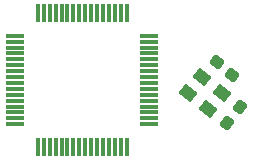
<source format=gbp>
G04 #@! TF.GenerationSoftware,KiCad,Pcbnew,(6.0.8)*
G04 #@! TF.CreationDate,2022-11-17T16:59:53+01:00*
G04 #@! TF.ProjectId,detection_pcb,64657465-6374-4696-9f6e-5f7063622e6b,rev?*
G04 #@! TF.SameCoordinates,Original*
G04 #@! TF.FileFunction,Paste,Bot*
G04 #@! TF.FilePolarity,Positive*
%FSLAX46Y46*%
G04 Gerber Fmt 4.6, Leading zero omitted, Abs format (unit mm)*
G04 Created by KiCad (PCBNEW (6.0.8)) date 2022-11-17 16:59:53*
%MOMM*%
%LPD*%
G01*
G04 APERTURE LIST*
G04 Aperture macros list*
%AMRoundRect*
0 Rectangle with rounded corners*
0 $1 Rounding radius*
0 $2 $3 $4 $5 $6 $7 $8 $9 X,Y pos of 4 corners*
0 Add a 4 corners polygon primitive as box body*
4,1,4,$2,$3,$4,$5,$6,$7,$8,$9,$2,$3,0*
0 Add four circle primitives for the rounded corners*
1,1,$1+$1,$2,$3*
1,1,$1+$1,$4,$5*
1,1,$1+$1,$6,$7*
1,1,$1+$1,$8,$9*
0 Add four rect primitives between the rounded corners*
20,1,$1+$1,$2,$3,$4,$5,0*
20,1,$1+$1,$4,$5,$6,$7,0*
20,1,$1+$1,$6,$7,$8,$9,0*
20,1,$1+$1,$8,$9,$2,$3,0*%
%AMRotRect*
0 Rectangle, with rotation*
0 The origin of the aperture is its center*
0 $1 length*
0 $2 width*
0 $3 Rotation angle, in degrees counterclockwise*
0 Add horizontal line*
21,1,$1,$2,0,0,$3*%
G04 Aperture macros list end*
%ADD10RoundRect,0.237500X-0.382607X0.004224X0.083680X-0.373368X0.382607X-0.004224X-0.083680X0.373368X0*%
%ADD11RotRect,1.300000X1.000000X321.000000*%
%ADD12RoundRect,0.075000X0.700000X0.075000X-0.700000X0.075000X-0.700000X-0.075000X0.700000X-0.075000X0*%
%ADD13RoundRect,0.075000X0.075000X0.700000X-0.075000X0.700000X-0.075000X-0.700000X0.075000X-0.700000X0*%
%ADD14RoundRect,0.237500X-0.004224X-0.382607X0.373368X0.083680X0.004224X0.382607X-0.373368X-0.083680X0*%
G04 APERTURE END LIST*
D10*
X161379712Y-100507211D03*
X162720288Y-101592789D03*
D11*
X160111528Y-101708316D03*
X161821249Y-103092821D03*
X160688472Y-104491684D03*
X158978751Y-103107179D03*
D12*
X155675000Y-98250000D03*
X155675000Y-98750000D03*
X155675000Y-99250000D03*
X155675000Y-99750000D03*
X155675000Y-100250000D03*
X155675000Y-100750000D03*
X155675000Y-101250000D03*
X155675000Y-101750000D03*
X155675000Y-102250000D03*
X155675000Y-102750000D03*
X155675000Y-103250000D03*
X155675000Y-103750000D03*
X155675000Y-104250000D03*
X155675000Y-104750000D03*
X155675000Y-105250000D03*
X155675000Y-105750000D03*
D13*
X153750000Y-107675000D03*
X153250000Y-107675000D03*
X152750000Y-107675000D03*
X152250000Y-107675000D03*
X151750000Y-107675000D03*
X151250000Y-107675000D03*
X150750000Y-107675000D03*
X150250000Y-107675000D03*
X149750000Y-107675000D03*
X149250000Y-107675000D03*
X148750000Y-107675000D03*
X148250000Y-107675000D03*
X147750000Y-107675000D03*
X147250000Y-107675000D03*
X146750000Y-107675000D03*
X146250000Y-107675000D03*
D12*
X144325000Y-105750000D03*
X144325000Y-105250000D03*
X144325000Y-104750000D03*
X144325000Y-104250000D03*
X144325000Y-103750000D03*
X144325000Y-103250000D03*
X144325000Y-102750000D03*
X144325000Y-102250000D03*
X144325000Y-101750000D03*
X144325000Y-101250000D03*
X144325000Y-100750000D03*
X144325000Y-100250000D03*
X144325000Y-99750000D03*
X144325000Y-99250000D03*
X144325000Y-98750000D03*
X144325000Y-98250000D03*
D13*
X146250000Y-96325000D03*
X146750000Y-96325000D03*
X147250000Y-96325000D03*
X147750000Y-96325000D03*
X148250000Y-96325000D03*
X148750000Y-96325000D03*
X149250000Y-96325000D03*
X149750000Y-96325000D03*
X150250000Y-96325000D03*
X150750000Y-96325000D03*
X151250000Y-96325000D03*
X151750000Y-96325000D03*
X152250000Y-96325000D03*
X152750000Y-96325000D03*
X153250000Y-96325000D03*
X153750000Y-96325000D03*
D14*
X162257211Y-105620288D03*
X163342789Y-104279712D03*
M02*

</source>
